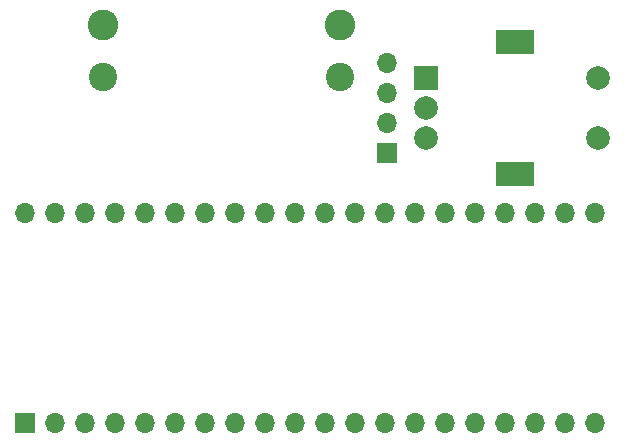
<source format=gbr>
%TF.GenerationSoftware,KiCad,Pcbnew,7.0.1*%
%TF.CreationDate,2023-12-01T14:10:48+08:00*%
%TF.ProjectId,USB-PD-Bench-Supply-PCB,5553422d-5044-42d4-9265-6e63682d5375,1*%
%TF.SameCoordinates,PX68e7780PY3938700*%
%TF.FileFunction,Soldermask,Bot*%
%TF.FilePolarity,Negative*%
%FSLAX46Y46*%
G04 Gerber Fmt 4.6, Leading zero omitted, Abs format (unit mm)*
G04 Created by KiCad (PCBNEW 7.0.1) date 2023-12-01 14:10:48*
%MOMM*%
%LPD*%
G01*
G04 APERTURE LIST*
%ADD10C,2.600000*%
%ADD11C,2.400000*%
%ADD12R,1.700000X1.700000*%
%ADD13O,1.700000X1.700000*%
%ADD14R,2.000000X2.000000*%
%ADD15C,2.000000*%
%ADD16R,3.200000X2.000000*%
G04 APERTURE END LIST*
D10*
%TO.C,J4*%
X28000000Y-9800000D03*
%TD*%
D11*
%TO.C,J5*%
X28000000Y-14200000D03*
%TD*%
%TO.C,J3*%
X8000000Y-14200000D03*
%TD*%
D10*
%TO.C,J2*%
X8000000Y-9800000D03*
%TD*%
D12*
%TO.C,J1*%
X32000000Y-20580000D03*
D13*
X32000000Y-18040000D03*
X32000000Y-15500000D03*
X32000000Y-12960000D03*
%TD*%
D14*
%TO.C,SW1*%
X35350000Y-14300000D03*
D15*
X35350000Y-19300000D03*
X35350000Y-16800000D03*
D16*
X42850000Y-11200000D03*
X42850000Y-22400000D03*
D15*
X49850000Y-19300000D03*
X49850000Y-14300000D03*
%TD*%
D12*
%TO.C,U6*%
X1351000Y-43500000D03*
D13*
X3891000Y-43500000D03*
X6431000Y-43500000D03*
X8971000Y-43500000D03*
X11511000Y-43500000D03*
X14051000Y-43500000D03*
X16591000Y-43500000D03*
X19131000Y-43500000D03*
X21671000Y-43500000D03*
X24211000Y-43500000D03*
X26751000Y-43500000D03*
X29291000Y-43500000D03*
X31831000Y-43500000D03*
X34371000Y-43500000D03*
X36911000Y-43500000D03*
X39451000Y-43500000D03*
X41991000Y-43500000D03*
X44531000Y-43500000D03*
X47071000Y-43500000D03*
X49611000Y-43500000D03*
X49611000Y-25720000D03*
X47071000Y-25720000D03*
X44531000Y-25720000D03*
X41991000Y-25720000D03*
X39451000Y-25720000D03*
X36911000Y-25720000D03*
X34371000Y-25720000D03*
X31831000Y-25720000D03*
X29291000Y-25720000D03*
X26751000Y-25720000D03*
X24211000Y-25720000D03*
X21671000Y-25720000D03*
X19131000Y-25720000D03*
X16591000Y-25720000D03*
X14051000Y-25720000D03*
X11511000Y-25720000D03*
X8971000Y-25720000D03*
X6431000Y-25720000D03*
X3891000Y-25720000D03*
X1351000Y-25720000D03*
%TD*%
M02*

</source>
